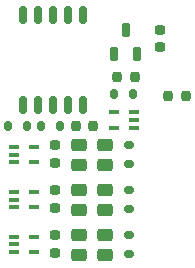
<source format=gtp>
G04 #@! TF.GenerationSoftware,KiCad,Pcbnew,8.0.5*
G04 #@! TF.CreationDate,2024-10-22T05:21:46-04:00*
G04 #@! TF.ProjectId,WarpSE-Overclocking-Board,57617270-5345-42d4-9f76-6572636c6f63,1.0*
G04 #@! TF.SameCoordinates,Original*
G04 #@! TF.FileFunction,Paste,Top*
G04 #@! TF.FilePolarity,Positive*
%FSLAX46Y46*%
G04 Gerber Fmt 4.6, Leading zero omitted, Abs format (unit mm)*
G04 Created by KiCad (PCBNEW 8.0.5) date 2024-10-22 05:21:46*
%MOMM*%
%LPD*%
G01*
G04 APERTURE LIST*
G04 Aperture macros list*
%AMRoundRect*
0 Rectangle with rounded corners*
0 $1 Rounding radius*
0 $2 $3 $4 $5 $6 $7 $8 $9 X,Y pos of 4 corners*
0 Add a 4 corners polygon primitive as box body*
4,1,4,$2,$3,$4,$5,$6,$7,$8,$9,$2,$3,0*
0 Add four circle primitives for the rounded corners*
1,1,$1+$1,$2,$3*
1,1,$1+$1,$4,$5*
1,1,$1+$1,$6,$7*
1,1,$1+$1,$8,$9*
0 Add four rect primitives between the rounded corners*
20,1,$1+$1,$2,$3,$4,$5,0*
20,1,$1+$1,$4,$5,$6,$7,0*
20,1,$1+$1,$6,$7,$8,$9,0*
20,1,$1+$1,$8,$9,$2,$3,0*%
G04 Aperture macros list end*
%ADD10RoundRect,0.150000X-0.150000X-0.275000X0.150000X-0.275000X0.150000X0.275000X-0.150000X0.275000X0*%
%ADD11RoundRect,0.175000X0.175000X-0.450000X0.175000X0.450000X-0.175000X0.450000X-0.175000X-0.450000X0*%
%ADD12RoundRect,0.080000X0.380000X0.080000X-0.380000X0.080000X-0.380000X-0.080000X0.380000X-0.080000X0*%
%ADD13RoundRect,0.275000X-0.375000X-0.275000X0.375000X-0.275000X0.375000X0.275000X-0.375000X0.275000X0*%
%ADD14RoundRect,0.177500X0.177500X-0.559500X0.177500X0.559500X-0.177500X0.559500X-0.177500X-0.559500X0*%
%ADD15RoundRect,0.192500X-0.242500X0.192500X-0.242500X-0.192500X0.242500X-0.192500X0.242500X0.192500X0*%
%ADD16RoundRect,0.192500X0.192500X0.242500X-0.192500X0.242500X-0.192500X-0.242500X0.192500X-0.242500X0*%
%ADD17RoundRect,0.080000X-0.380000X-0.080000X0.380000X-0.080000X0.380000X0.080000X-0.380000X0.080000X0*%
%ADD18RoundRect,0.150000X-0.275000X0.150000X-0.275000X-0.150000X0.275000X-0.150000X0.275000X0.150000X0*%
G04 APERTURE END LIST*
D10*
X93400000Y-116900000D03*
X95000000Y-116900000D03*
D11*
X99600000Y-110850000D03*
X101500000Y-110850000D03*
X100550000Y-108750000D03*
D12*
X101250000Y-117050000D03*
X101250000Y-116400000D03*
X101250000Y-115750000D03*
X99550000Y-115750000D03*
X99550000Y-117050000D03*
D13*
X96600000Y-120250000D03*
X98800000Y-120250000D03*
X98800000Y-118550000D03*
X96600000Y-118550000D03*
X96600000Y-124050000D03*
X98800000Y-124050000D03*
X98800000Y-122350000D03*
X96600000Y-122350000D03*
D14*
X91884500Y-115125500D03*
X93154500Y-115125500D03*
X94424500Y-115125500D03*
X95694500Y-115125500D03*
X96964500Y-115125500D03*
X96964500Y-107505500D03*
X95694500Y-107505500D03*
X94424500Y-107505500D03*
X93154500Y-107505500D03*
X91884500Y-107505500D03*
D15*
X94600000Y-118550000D03*
X94600000Y-120050000D03*
D13*
X96600000Y-127850000D03*
X98800000Y-127850000D03*
X98800000Y-126150000D03*
X96600000Y-126150000D03*
D16*
X105650000Y-114400000D03*
X104150000Y-114400000D03*
D15*
X94600000Y-126150000D03*
X94600000Y-127650000D03*
D17*
X91100000Y-126300000D03*
X91100000Y-126950000D03*
X91100000Y-127600000D03*
X92800000Y-127600000D03*
X92800000Y-126300000D03*
D15*
X103450000Y-108750000D03*
X103450000Y-110250000D03*
D18*
X100800000Y-122350000D03*
X100800000Y-123950000D03*
D15*
X94600000Y-122350000D03*
X94600000Y-123850000D03*
D18*
X100800000Y-126150000D03*
X100800000Y-127750000D03*
D16*
X97800000Y-116900000D03*
X96300000Y-116900000D03*
D18*
X100800000Y-118550000D03*
X100800000Y-120150000D03*
D16*
X101300000Y-112750000D03*
X99800000Y-112750000D03*
D10*
X99550000Y-114250000D03*
X101150000Y-114250000D03*
X90600000Y-116900000D03*
X92200000Y-116900000D03*
D17*
X91100000Y-118700000D03*
X91100000Y-119350000D03*
X91100000Y-120000000D03*
X92800000Y-120000000D03*
X92800000Y-118700000D03*
X91100000Y-122500000D03*
X91100000Y-123150000D03*
X91100000Y-123800000D03*
X92800000Y-123800000D03*
X92800000Y-122500000D03*
M02*

</source>
